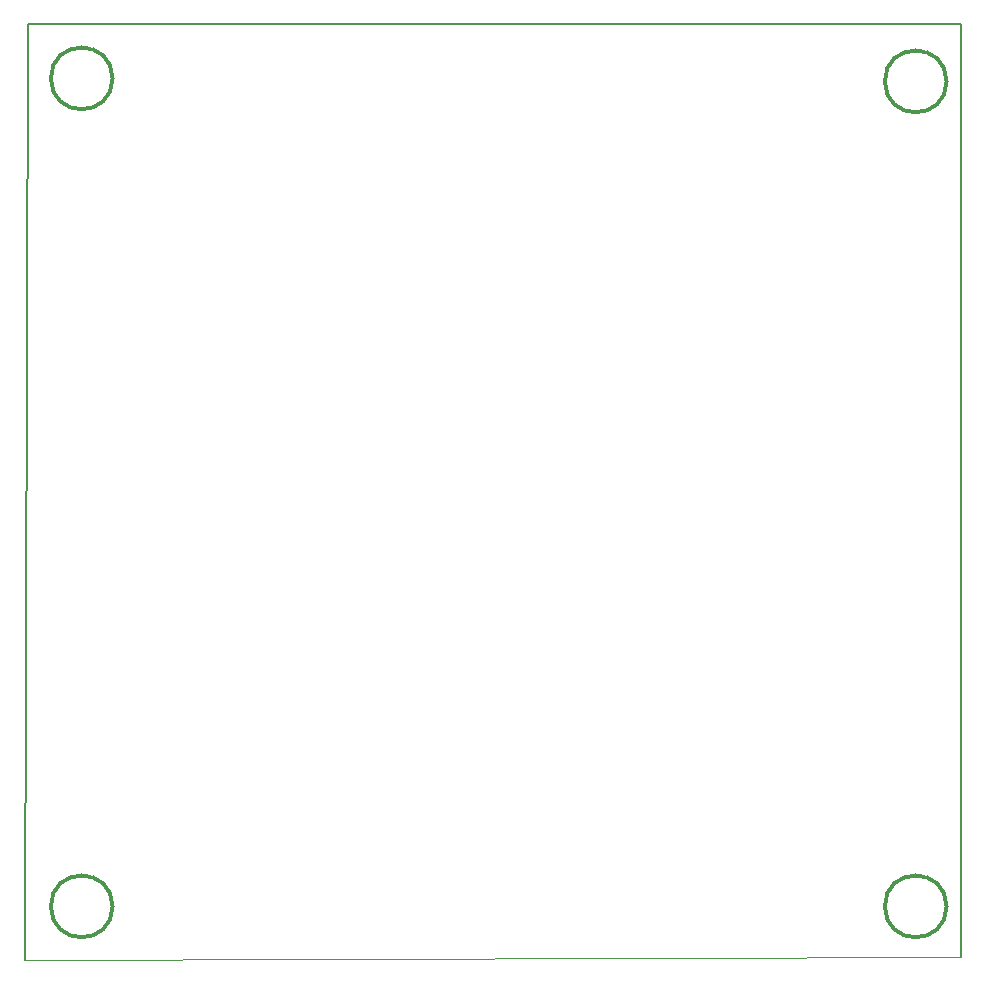
<source format=gm1>
%TF.GenerationSoftware,KiCad,Pcbnew,(6.0.2-0)*%
%TF.CreationDate,2023-03-25T20:23:27-04:00*%
%TF.ProjectId,SensorNode_PCB,53656e73-6f72-44e6-9f64-655f5043422e,v01*%
%TF.SameCoordinates,Original*%
%TF.FileFunction,Profile,NP*%
%FSLAX46Y46*%
G04 Gerber Fmt 4.6, Leading zero omitted, Abs format (unit mm)*
G04 Created by KiCad (PCBNEW (6.0.2-0)) date 2023-03-25 20:23:27*
%MOMM*%
%LPD*%
G01*
G04 APERTURE LIST*
%TA.AperFunction,Profile*%
%ADD10C,0.100000*%
%TD*%
%TA.AperFunction,Profile*%
%ADD11C,0.300000*%
%TD*%
%TA.AperFunction,Profile*%
%ADD12C,0.200000*%
%TD*%
G04 APERTURE END LIST*
D10*
X119634000Y-122936000D02*
X198882000Y-122682000D01*
D11*
X127075090Y-118364000D02*
G75*
G03*
X127075090Y-118364000I-2615090J0D01*
G01*
D12*
X119888000Y-43688000D02*
X119634000Y-122936000D01*
D11*
X197687090Y-118364000D02*
G75*
G03*
X197687090Y-118364000I-2615090J0D01*
G01*
D12*
X198882000Y-43688000D02*
X119888000Y-43688000D01*
X198882000Y-122682000D02*
X198882000Y-43688000D01*
D11*
X127075090Y-48260000D02*
G75*
G03*
X127075090Y-48260000I-2615090J0D01*
G01*
X197687090Y-48514000D02*
G75*
G03*
X197687090Y-48514000I-2615090J0D01*
G01*
M02*

</source>
